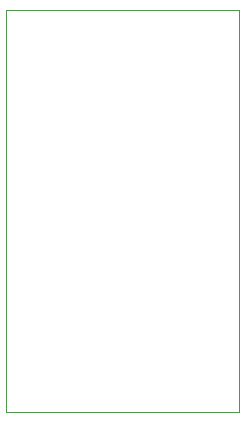
<source format=gbp>
G75*
G70*
%OFA0B0*%
%FSLAX24Y24*%
%IPPOS*%
%LPD*%
%AMOC8*
5,1,8,0,0,1.08239X$1,22.5*
%
%ADD10C,0.0000*%
D10*
X000180Y000180D02*
X000180Y013576D01*
X007950Y013576D01*
X007950Y000180D01*
X000180Y000180D01*
M02*

</source>
